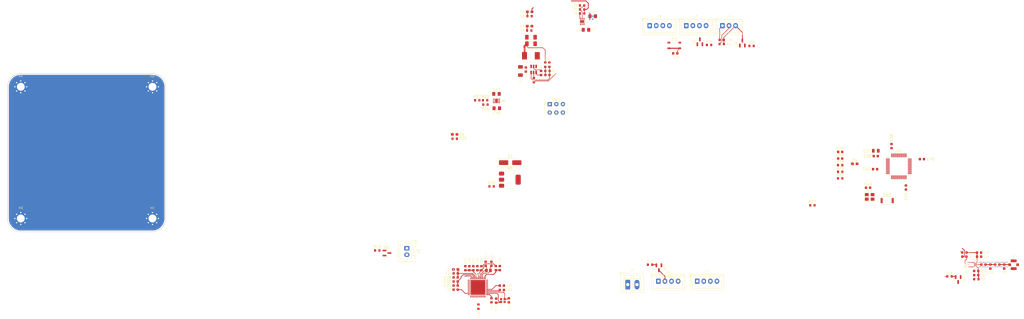
<source format=kicad_pcb>
(kicad_pcb (version 20240108) (generator "pcbnew") (generator_version "8.0")
  (layers (0 "F.Cu" signal) (1 "In1.Cu" signal) (2 "In2.Cu" signal) (31 "B.Cu" signal) (34 "B.Paste" user) (35 "F.Paste" user) (36 "B.SilkS" user "B.Silkscreen") (37 "F.SilkS" user "F.Silkscreen") (38 "B.Mask" user) (39 "F.Mask" user) (44 "Edge.Cuts" user))
  (net 0 "")
  (net 1 "GND")
  (net 2 "12V")
  (net 3 "Net-(U1-FB)")
  (net 4 "Net-(C3-Pad1)")
  (net 5 "Net-(U1-BOOT)")
  (net 6 "+5V")
  (net 7 "VDDRF")
  (net 8 "Net-(J2-In)")
  (net 9 "Net-(C10-Pad2)")
  (net 10 "Net-(U3-RFIN)")
  (net 11 "Net-(U3-VDD)")
  (net 12 "Net-(U3-CTRL)")
  (net 13 "Net-(U4-PC14)")
  (net 14 "Net-(U4-RFO_HP)")
  (net 15 "Net-(U4-NRST)")
  (net 16 "VDDPA")
  (net 17 "Net-(IC1-RFO_IN)")
  (net 18 "Net-(U4-PC15)")
  (net 19 "+3.3V")
  (net 20 "Net-(U4-OSC_IN)")
  (net 21 "VDDRF1V55")
  (net 22 "Net-(U4-OSC_OUT)")
  (net 23 "Net-(U4-VDDA)")
  (net 24 "Net-(D1-A)")
  (net 25 "Net-(IC1-RFO_OUT)")
  (net 26 "Net-(IC1-RFI_IN)")
  (net 27 "Net-(IC1-RFI_N_OUT)")
  (net 28 "Net-(IC1-RFI_P_OUT)")
  (net 29 "Net-(J4-Pin_3)")
  (net 30 "3.3V")
  (net 31 "Net-(U5-PD0)")
  (net 32 "Net-(U5-PD1)")
  (net 33 "Net-(U5-NRST)")
  (net 34 "Net-(D4-A)")
  (net 35 "Net-(J5-Pin_2)")
  (net 36 "Net-(D4-K)")
  (net 37 "/AirLora V3/MCU/T_SWCLK")
  (net 38 "/AirLora V3/MCU/T_SWDIO")
  (net 39 "Net-(U4-VLXSMPS)")
  (net 40 "Net-(Q1-B)")
  (net 41 "Net-(Q2-B)")
  (net 42 "Net-(Q3-B)")
  (net 43 "Net-(Q4-B)")
  (net 44 "Net-(U2-PG)")
  (net 45 "Net-(U2-NC)")
  (net 46 "Net-(U4-PC13)")
  (net 47 "Net-(D5-K)")
  (net 48 "Net-(J1-Pin_1)")
  (net 49 "Net-(J3-Pin_1)")
  (net 50 "/AirLora V3/MCU Sub/PA1")
  (net 51 "/AirLora V3/MCU Sub/TX3")
  (net 52 "/AirLora V3/MCU Sub/RX3")
  (net 53 "/AirLora V3/MCU Sub/TX2")
  (net 54 "/AirLora V3/MCU Sub/RX2")
  (net 55 "Net-(U1-EN)")
  (net 56 "/AirLora V3/MCU Sub/SCL1")
  (net 57 "/AirLora V3/MCU Sub/SDA1")
  (net 58 "Net-(J7-Pin_2)")
  (net 59 "Net-(J8-Pin_4)")
  (net 60 "Net-(J8-Pin_3)")
  (net 61 "Net-(Q5-B)")
  (net 62 "Net-(U4-PH3)")
  (net 63 "Net-(U4-PA1)")
  (net 64 "/AirLora V3/MCU Sub/PA7")
  (net 65 "/AirLora V3/MCU Sub/PA6")
  (net 66 "/AirLora V3/MCU Sub/PA5")
  (net 67 "/AirLora V3/MCU Sub/PA4")
  (net 68 "Net-(U5-BOOT0)")
  (net 69 "Net-(U6-PG)")
  (net 70 "Net-(U6-NC)")
  (net 71 "/AirLora V3/MCU Sub/SW_DIO")
  (net 72 "/AirLora V3/MCU Sub/SW_CLK")
  (net 79 "Net-(D2-K)")
  (net 80 "Net-(D3-K)")
  (net 81 "SW")
  (net 84 "Net-(J6-Pin_2)")
  (net 87 "/AirLora V3/MCU Sub/SDA2")
  (net 90 "/AirLora V3/MCU Sub/SCL2")
  (net 116 "/AirLora V3/MCU/PB3")
  (net 117 "/AirLora V3/MCU Sub/PA8")
  (net 118 "Net-(U4-PA4)")
  (footprint "MountingHole:MountingHole_3mm_Pad_Via" (layer "F.Cu") (at -96.28801 61.31201)
    (property "Reference" "H4")
    (property "Value" "MountingHole_Pad")
  )
  (footprint "Capacitor_SMD:C_0805_2012Metric_Pad1.18x1.45mm_HandSolder" (layer "F.Cu") (at 118.2969 39.68)
    (property "Reference" "C7")
    (property "Value" "1uF")
  )
  (footprint "Resistor_SMD:R_0603_1608Metric" (layer "F.Cu") (at 204.28 106.299)
    (property "Reference" "R27")
    (property "Value" "1K")
  )
  (footprint "LED_SMD:LED_0603_1608Metric_Pad1.05x0.95mm_HandSolder" (layer "F.Cu") (at 96.8978 38.283)
    (property "Reference" "D2")
    (property "Value" "LED")
  )
  (footprint "Resistor_SMD:R_0603_1608Metric" (layer "F.Cu") (at 104.4059 52.9035 90)
    (property "Reference" "R3")
    (property "Value" "13.3K")
  )
  (footprint "Connector_JST:JST_XH_B4B-XH-A_1x04_P2.50mm_Vertical" (layer "F.Cu") (at 160.539 135.128)
    (property "Reference" "J7")
    (property "Value" "I2C")
  )
  (footprint "Capacitor_SMD:C_0603_1608Metric" (layer "F.Cu") (at 80.2132 128.524 -90)
    (property "Reference" "C23")
    (property "Value" "12.5pF")
  )
  (footprint "Capacitor_SMD:C_0603_1608Metric" (layer "F.Cu") (at 266.4816 132.8144 180)
    (property "Reference" "C14")
    (property "Value" "10pF")
  )
  (footprint "Capacitor_SMD:C_0603_1608Metric" (layer "F.Cu") (at 103.6817 56.8151)
    (property "Reference" "C3")
    (property "Value" "75pF")
  )
  (footprint "Capacitor_SMD:C_0603_1608Metric" (layer "F.Cu") (at 82.423 142.367 -90)
    (property "Reference" "C34")
    (property "Value" "33pF")
  )
  (footprint "Capacitor_SMD:C_0603_1608Metric" (layer "F.Cu") (at 72.5 130.185 90)
    (property "Reference" "C24")
    (property "Value" "100nF")
  )
  (footprint "Resistor_SMD:R_0603_1608Metric" (layer "F.Cu") (at 165.0423 45.4236 180)
    (property "Reference" "R16")
    (property "Value" "1K")
  )
  (footprint "Capacitor_SMD:C_0603_1608Metric" (layer "F.Cu") (at 68.817 138.326 180)
    (property "Reference" "C32")
    (property "Value" "100nF")
  )
  (footprint "Resistor_SMD:R_0603_1608Metric" (layer "F.Cu") (at 77.47 144.78 90)
    (property "Reference" "R12")
    (property "Value" "10K")
  )
  (footprint "Package_QFP:LQFP-48_7x7mm_P0.5mm" (layer "F.Cu") (at 237.0875 91.5)
    (property "Reference" "U5")
    (property "Value" "STM32F103C8Tx")
  )
  (footprint "Resistor_SMD:R_0603_1608Metric" (layer "F.Cu") (at 214.82 96.079)
    (property "Reference" "R21")
    (property "Value" "10k")
  )
  (footprint "Capacitor_SMD:C_0603_1608Metric" (layer "F.Cu") (at 82.3976 128.511 -90)
    (property "Reference" "C19")
    (property "Value" "12.5pF")
  )
  (footprint "Capacitor_SMD:C_0603_1608Metric" (layer "F.Cu") (at 169.8406 43.5186)
    (property "Reference" "C36")
    (property "Value" "0.1uF")
  )
  (footprint "Resistor_SMD:R_0603_1608Metric" (layer "F.Cu") (at 261.9824 124.227802)
    (property "Reference" "R11")
    (property "Value" "100")
  )
  (footprint "Connector_JST:JST_XH_B3B-XH-A_1x03_P2.50mm_Vertical" (layer "F.Cu") (at 170.113 38.083)
    (property "Reference" "J4")
    (property "Value" "DHT")
  )
  (footprint "Resistor_SMD:R_0603_1608Metric" (layer "F.Cu") (at 77.026 66.421)
    (property "Reference" "R22")
    (property "Value" "10K")
  )
  (footprint "Connector_Coaxial:U.FL_Molex_MCRF_73412-0110_Vertical" (layer "F.Cu") (at 280.6954 128.864802 -90)
    (property "Reference" "J2")
    (property "Value" "Conn_Coaxial")
  )
  (footprint "Inductor_SMD:L_0603_1608Metric" (layer "F.Cu") (at 274.4743 128.814002)
    (property "Reference" "L2")
    (property "Value" "8.7uH")
  )
  (footprint "Capacitor_SMD:C_0603_1608Metric" (layer "F.Cu") (at 267.5582 125.795802)
    (property "Reference" "C15")
    (property "Value" "1nF")
  )
  (footprint "Capacitor_SMD:C_0603_1608Metric" (layer "F.Cu") (at 269.1992 128.8172)
    (property "Reference" "C11")
    (property "Value" "33pF")
  )
  (footprint "Resistor_SMD:R_0603_1608Metric" (layer "F.Cu") (at 214.82 91.059)
    (property "Reference" "R19")
    (property "Value" "1k")
  )
  (footprint "Capacitor_SMD:C_0603_1608Metric" (layer "F.Cu") (at 152.1958 48.6158)
    (property "Reference" "C20")
    (property "Value" "100nF")
  )
  (footprint "Capacitor_SMD:C_0603_1608Metric" (layer "F.Cu") (at 68.821 133.6915 180)
    (property "Reference" "C18")
    (property "Value" "0.47uF")
  )
  (footprint "Capacitor_SMD:C_1206_3216Metric_Pad1.33x1.80mm_HandSolder" (layer "F.Cu") (at 97.4275 42.4892)
    (property "Reference" "C6")
    (property "Value" "22uF")
  )
  (footprint "Connector_Phoenix_MC:PhoenixContact_MCV_1,5_2-G-3.5_1x02_P3.50mm_Vertical" (layer "F.Cu") (at 134.164 136.413)
    (property "Reference" "J1")
    (property "Value" "12V")
  )
  (footprint "footprint:TPS7A2633DRVR" (layer "F.Cu") (at 84.324 66.66)
    (property "Reference" "U6")
    (property "Value" "TPS7A2633DRVR")
  )
  (footprint "Resistor_SMD:R_0603_1608Metric" (layer "F.Cu") (at 98.5131 58.8085 -90)
    (property "Reference" "R1")
    (property "Value" "1k")
  )
  (footprint "Capacitor_SMD:C_0603_1608Metric" (layer "F.Cu") (at 85.598 130.162 90)
    (property "Reference" "C30")
    (property "Value" "100nF")
  )
  (footprint "Capacitor_SMD:C_1206_3216Metric_Pad1.33x1.80mm_HandSolder" (layer "F.Cu") (at 93.4331 55.3093 -90)
    (property "Reference" "C1")
    (property "Value" "10uF")
  )
  (footprint "Capacitor_SMD:C_0603_1608Metric" (layer "F.Cu") (at 267.5582 124.271802)
    (property "Reference" "C13")
    (property "Value" "10pF")
  )
  (footprint "Resistor_SMD:R_0603_1608Metric" (layer "F.Cu") (at 102.8311 52.9035 90)
    (property "Reference" "R4")
    (property "Value" "49.9")
  )
  (footprint "Connector_JST:JST_XA_B02B-XASK-1-A_1x02_P2.50mm_Vertical" (layer "F.Cu") (at 50.292 122.595 -90)
    (property "Reference" "J3")
    (property "Value" "LED")
  )
  (footprint "Capacitor_SMD:C_0603_1608Metric" (layer "F.Cu") (at 84.201 142.507 -90)
    (property "Reference" "C16")
    (property "Value" "6.8pF")
  )
  (footprint "Capacitor_SMD:C_0603_1608Metric" (layer "F.Cu") (at 266.4816 131.2396 180)
    (property "Reference" "C12")
    (property "Value" "1nF")
  )
  (footprint "Capacitor_SMD:C_0805_2012Metric" (layer "F.Cu") (at 228.346 85.598 180)
    (property "Reference" "C37")
    (property "Value" "4.7uf")
  )
  (footprint "footprint:XTAL_NX2012SA-32.768K-STD-MUB-1" (layer "F.Cu") (at 81.268 131.064)
    (property "Reference" "Y1")
    (property "Value" "NX2012SA 32.768KHz")
  )
  (footprint "Resistor_SMD:R_0603_1608Metric" (layer "F.Cu") (at 68.453 81.026)
    (property "Reference" "R25")
    (property "Value" "1k")
  )
  (footprint "Inductor_SMD:L_Vishay_IHLP-2020" (layer "F.Cu") (at 97.3955 49.53 180)
    (property "Reference" "L1")
    (property "Value" "15uH")
  )
  (footprint "Capacitor_SMD:C_0805_2012Metric_Pad1.18x1.45mm_HandSolder" (layer "F.Cu") (at 84.324 64.008)
    (property "Reference" "C47")
    (property "Value" "1uF")
  )
  (footprint "LED_SMD:LED_0603_1608Metric_Pad1.05x0.95mm_HandSolder" (layer "F.Cu") (at 68.453 79.375)
    (property "Reference" "D5")
    (property "Value" "LED")
  )
  (footprint "Capacitor_SMD:C_0603_1608Metric" (layer "F.Cu") (at 74.024 130.185 90)
    (property "Reference" "C29")
    (property "Value" "4.7uF")
  )
  (footprint "footprint:BALFHBWL05D3" (layer "F.Cu") (at 262.9862 128.841202)
    (property "Reference" "IC1")
    (property "Value" "BALFHB-WL-02D3" (hide yes))
  )
  (footprint "footprint:BGS12SN6E6327XTSA1" (layer "F.Cu") (at 266.1398 128.822203)
    (property "Reference" "U3")
    (property "Value" "BGS12WN6E6327")
  )
  (footprint "Capacitor_SMD:C_0603_1608Metric" (layer "F.Cu") (at 75.548 130.185 90)
    (property "Reference" "C31")
    (property "Value" "100nF")
  )
  (footprint "Capacitor_SMD:C_0603_1608Metric" (layer "F.Cu") (at 68.821 136.779 180)
    (property "Reference" "C27")
    (property "Value" "4.7uF")
  )
  (footprint "Resistor_SMD:R_0603_1608Metric" (layer "F.Cu") (at 80.138 68.072)
    (property "Reference" "R24")
    (property "Value" "1.18M")
  )
  (footprint "footprint:NX2016SA_NDK" (layer "F.Cu") (at 86.7507 142.4597 90)
    (property "Reference" "X1")
    (property "Value" "NX2016SA-32MHZ")
  )
  (footprint "Capacitor_SMD:C_0805_2012Metric_Pad1.18x1.45mm_HandSolder" (layer "F.Cu") (at 120.8654 34.5148)
    (property "Reference" "C8")
    (property "Value" "1uF")
  )
  (footprint "Capacitor_SMD:C_0603_1608Metric" (layer "F.Cu") (at 86.356 136.802)
    (property "Reference" "C35")
    (property "Value" "33pF")
  )
  (footprint "Package_TO_SOT_SMD:SOT-23" (layer "F.Cu") (at 177.6838 44.6935 90)
    (property "Reference" "Q2")
    (property "Value" "S8050")
  )
  (footprint "Resistor_SMD:R_0603_1608Metric" (layer "F.Cu") (at 116.8268 33.4772)
    (property "Reference" "R6")
    (property "Value" "10K")
  )
  (footprint "Inductor_SMD:L_0603_1608Metric" (layer "F.Cu") (at 84.074 130.1495 90)
    (property "Reference" "L4")
    (property "Value" "600R@100MHz")
  )
  (footprint "Resistor_SMD:R_0603_1608Metric" (layer "F.Cu") (at 169.8406 45.0634)
    (property "Reference" "R14")
    (property "Value" "1K")
  )
  (footprint "Resistor_SMD:R_0603_1608Metric" (layer "F.Cu") (at 103.6825 55.2911)
    (property "Reference" "R2")
    (property "Value" "100K")
  )
  (footprint "Capacitor_SMD:C_0603_1608Metric" (layer "F.Cu") (at 239.776 99.555 -90)
    (property "Reference" "C41")
    (property "Value" "100nf")
  )
  (footprint "Capacitor_SMD:C_0603_1608Metric" (layer "F.Cu") (at 228.333 87.63 180)
    (property "Reference" "C39")
    (property "Value" "100nf")
  )
  (footprint "Package_TO_SOT_SMD:SOT-23" (layer "F.Cu") (at 42.7397 124.4315)
    (property "Reference" "Q1")
    (property "Value" "S8050")
  )
  (footprint "Resistor_SMD:R_0603_1608Metric" (layer "F.Cu") (at 214.82 93.569)
    (property "Reference" "R20")
    (property "Value" "10k")
  )
  (footprint "Connector_JST:JST_XH_B4B-XH-A_1x04_P2.50mm_Vertical" (layer "F.Cu") (at 142.487 38.083)
    (property "Reference" "J8")
    (property "Value" "UART2")
  )
  (footprint "footprint:TPS7A2633DRVR" (layer "F.Cu") (at 116.8654 36.5148 -90)
    (property "Reference" "U2")
    (property "Value" "TPS7A2633DRVR")
  )
  (footprint "Capacitor_SMD:C_0603_1608Metric" (layer "F.Cu") (at 214.82 86.039)
    (property "Reference" "C44")
    (property "Value" "22PF")
  )
  (footprint "Capacitor_SMD:C_0603_1608Metric" (layer "F.Cu") (at 101.2563 56.0661 90)
    (property "Reference" "C4")
    (property "Value" "0.1uF")
  )
  (footprint "Button_Switch_THT:SW_E-Switch_EG1271_SPDT" (layer "F.Cu") (at 104.5482 67.8917)
    (property "Reference" "SW2")
    (property "Value" "SW_Slide_DPDT")
  )
  (footprint "Package_TO_SOT_SMD:SOT-23-6" (layer "F.Cu") (at 98.4245 54.7124 -90)
    (property "Reference" "U1")
    (property "Value" "TPS54202DDC")
  )
  (footprint "Connector_JST:JST_XH_B4B-XH-A_1x04_P2.50mm_Vertical" (layer "F.Cu") (at 145.789 135.128)
    (property "Reference" "J6")
    (property "Value" "UART2")
  )
  (footprint "Resistor_SMD:R_0603_1608Metric" (layer "F.Cu") (at 82.4732 99.1217)
    (property "Reference" "R26")
    (property "Value" "10K")
  )
  (footprint "Capacitor_SMD:C_1206_3216Metric_Pad1.33x1.80mm_HandSolder" (layer "F.Cu") (at 97.434 44.958)
    (property "Reference" "C5")
    (property "Value" "22uF")
  )
  (footprint "Package_TO_SOT_SMD:SOT-23" (layer "F.Cu") (at 161.5473 44.2321 90)
    (property "Reference" "Q3")
    (property "Value" "S8050")
  )
  (footprint "MountingHole:MountingHole_3mm_Pad_Via" (layer "F.Cu") (at -46.28801 61.31201)
    (property "Reference" "H2")
    (property "Value" "MountingHole_Pad")
  )
  (footprint "Capacitor_SMD:C_0603_1608Metric" (layer "F.Cu") (at 261.9832 125.795802 180)
    (property "Reference" "C17")
    (property "Value" "100pF")
  )
  (footprint "Resistor_SMD:R_0603_1608Metric" (layer "F.Cu") (at 96.8856 34.473)
    (property "Reference" "R9")
    (property "Value" "1k")
  )
  (footprint "Capacitor_SMD:C_0805_2012Metric_Pad1.18x1.45mm_HandSolder" (layer "F.Cu") (at 84.451 69.454 180)
    (property "Reference" "C46")
    (property "Value" "1uF")
  )
  (footprint "Package_TO_SOT_SMD:SOT-223-3_TabPin2" (layer "F.Cu") (at 89.4032 96.5767)
    (property "Reference" "Q6")
    (property "Value" "ZVP2106GTA")
  )
  (footprint "Capacitor_SMD:C_0603_1608Metric" (layer "F.Cu") (at 86.356 138.453)
    (property "Reference" "C33")
    (property "Value" "33pF")
  )
  (footprint "Diode_SMD:D_SMA_Handsoldering" (layer "F.Cu") (at 89.5482 90.1017)
    (property "Reference" "D1")
    (property "Value" "D_Zener")
  )
  (footprint "Connector_JST:JST_XH_B4B-XH-A_1x04_P2.50mm_Vertical" (layer "F.Cu") (at 156.397 38.083)
    (property "Reference" "J5")
    (property "Value" "UART1")
  )
  (footprint "Capacitor_SMD:C_0603_1608Metric" (layer "F.Cu") (at 228.079 92.583 180)
    (property "Reference" "C42")
    (property "Value" "100nf")
  )
  (footprint "Button_Switch_SMD:SW_Push_SPST_NO_Alps_SKRK" (layer "F.Cu") (at 232.664 104.521)
    (property "Reference" "SW3")
    (property "Value" "SW_Push")
  )
  (footprint "MountingHole:MountingHole_3mm_Pad_Via" (layer "F.Cu") (at -46.28801 111.31201)
    (property "Reference" "H1")
    (property "Value" "MountingHole_Pad")
  )
  (footprint "LED_SMD:LED_0603_1608Metric_Pad1.05x0.95mm_HandSolder" (layer "F.Cu") (at 96.9372 32.8474)
    (property "Reference" "D3")
    (property "Value" "LED")
  )
  (footprint "Capacitor_SMD:C_0603_1608Metric" (layer "F.Cu") (at 68.821 135.2335 180)
    (property "Reference" "C28")
    (property "Value" "100nF")
  )
  (footprint "Capacitor_SMD:C_0603_1608Metric" (layer "F.Cu") (at 277.0886 129.5792 90)
    (property "Reference" "C9")
    (property "Value" "3.3pF")
  )
  (footprint "LED_SMD:LED_0603_1608Metric_Pad1.05x0.95mm_HandSolder" (layer "F.Cu") (at 220.359 90.551)
    (property "Reference" "D4")
    (property "Value" "LED")
  )
  (footprint "Resistor_SMD:R_0603_1608Metric" (layer "F.Cu") (at 39.059 123.451)
    (property "Reference" "R13")
    (property "Value" "1K")
  )
  (footprint "Capacitor_SMD:C_0603_1608Metric" (layer "F.Cu") (at 78.596 130.185 90)
    (property "Reference" "C26")
    (property "Value" "100nF")
  )
  (footprint "Resistor_SMD:R_0603_1608Metric" (layer "F.Cu") (at 266.51 134.353002)
    (property "Reference" "R10")
    (property "Value" "100")
  )
  (footprint "Button_Switch_SMD:SW_Push_1P1T_NO_Vertical_Wuerth_434133025816" (layer "F.Cu") (at 151.8574 45.6186)
    (property "Reference" "SW1")
    (property "Value" "SW_Push")
  )
  (footprint "Resistor_SMD:R_0603_1608Metric" (layer "F.Cu") (at 116.8268 31.9532 180)
    (property "Reference" "R7")
    (property "Value" "1.96M")
  )
  (footprint "Package_TO_SOT_SMD:SOT-23" (layer "F.Cu") (at 259.6134 134.482302 -90)
    (property "Reference" "Q5")
    (property "Value" "S8050")
  )
  (footprint "Resistor_SMD:R_0603_1608Metric" (layer "F.Cu") (at 80.011 66.421)
    (property "Reference" "R23")
    (property "Value" "1.96M")
  )
  (footprint "Capacitor_SMD:C_0603_1608Metric" (layer "F.Cu") (at 77.072 130.185 90)
    (property "Reference" "C25")
    (property "Value" "4.7uF")
  )
  (footprint "Crystal:Crystal_SMD_3225-4Pin_3.2x2.5mm" (layer "F.Cu") (at 226.0175 103.11)
    (property "Reference" "Y2")
    (property "Value" "8Mhz")
  )
  (footprint "Capacitor_SMD:C_0603_1608Metric" (layer "F.Cu") (at 214.82 88.549)
    (property "Reference" "C45")
    (property "Value" "100nF")
  )
  (footprint "Capacitor_SMD:C_0603_1608Metric" (layer "F.Cu") (at 234.315 83.82 90)
    (property "Reference" "C38")
    (property "Value" "100nf")
  )
  (footprint "MountingHole:MountingHole_3mm_Pad_Via" (layer "F.Cu") (at -96.28801 111.31201)
    (property "Reference" "H3")
    (property "Value" "MountingHole_Pad")
  )
  (footprint "Capacitor_SMD:C_0603_1608Metric" (layer "F.Cu") (at 245.859 88.773)
    (property "Reference" "C40")
    (property "Value" "100nf")
  )
  (footprint "Capacitor_SMD:C_0603_1608Metric" (layer "F.Cu") (at 225.3975 99.63)
    (property "Reference" "C43")
    (property "Value" "22PF")
  )
  (footprint "Resistor_SMD:R_0603_1608Metric" (layer "F.Cu") (at 181.1713 45.8046)
    (property "Reference" "R15")
    (property "Value" "1K")
  )
  (footprint "Package_DFN_QFN:QFN-48-1EP_7x7mm_P0.5mm_EP5.6x5.6mm" (layer "F.Cu") (at 77.275 137.479)
    (property "Reference" "U4")
    (property "Value" "STM32WLE5CCUx")
  )
  (footprint "Capacitor_SMD:C_0603_1608Metric" (layer "F.Cu") (at 89.027 142.38 -90)
    (property "Reference" "C22")
    (property "Value" "6.8pF")
  )
  (footprint "Capacitor_SMD:C_0603_1608Metric_Pad1.08x0.95mm_HandSolder" (layer "F.Cu") (at 68.821 130.6435 180)
    (property "Reference" "L3")
    (property "Value" "15uH")
  )
  (footprint "Resistor_SMD:R_0603_1608Metric" (layer "F.Cu") (at 116.8268 30.4292 180)
    (property "Reference" "R8")
    (property "Value" "1.18M")
  )
  (footprint "Capacitor_SMD:C_0603_1608Metric" (layer "F.Cu") (at 271.8408 129.5792 90)
    (property "Reference" "C10")
    (property "Value" "3.3pF")
  )
  (footprint "Capacitor_SMD:C_0603_1608Metric" (layer "F.Cu") (at 95.4651 54.7635 -90)
    (property "Reference" "C2")
    (property "Value" "0.1uF")
  )
  (footprint "Resistor_SMD:R_0603_1608Metric" (layer "F.Cu") (at 256.3178 133.300002)
    (property "Reference" "R18")
    (property "Value" "1K")
  )
  (footprint "Resistor_SMD:R_0603_1608Metric" (layer "F.Cu") (at 96.7576 39.9594)
    (property "Reference" "R5")
    (property "Value" "1k")
  )
  (footprint "Resistor_SMD:R_0603_1608Metric" (layer "F.Cu") (at 142.6328 128.8576)
    (property "Reference" "R17")
    (property "Value" "1K")
  )
  (footprint "Package_TO_SOT_SMD:SOT-23" (layer "F.Cu") (at 145.9978 130.0285 -90)
    (property "Reference" "Q4")
    (property "Value" "S8050")
  )
  (footprint "Capacitor_SMD:C_0603_1608Metric" (layer "F.Cu") (at 68.834 132.1675 180)
    (property "Reference" "C21")
    (property "Value" "470nF")
  )
  (gr_line (start -46.28801 56.31201) (end -96.28801 56.31201) (stroke (width 0.2)) (layer "Edge.Cuts"))
  (gr_line (start -41.28801 111.31201) (end -41.28801 61.31201) (stroke (width 0.2)) (layer "Edge.Cuts"))
  (gr_arc (start -41.28801 111.31201) (mid -42.752476 114.847544) (end -46.28801 116.31201) (stroke (width 0.2)) (layer "Edge.Cuts"))
  (gr_arc (start -101.28801 61.31201) (mid -99.823544 57.776476) (end -96.28801 56.31201) (stroke (width 0.2)) (layer "Edge.Cuts"))
  (gr_arc (start -46.28801 56.31201) (mid -42.752476 57.776476) (end -41.28801 61.31201) (stroke (width 0.2)) (layer "Edge.Cuts"))
  (gr_arc (start -96.28801 116.31201) (mid -99.823544 114.847544) (end -101.28801 111.31201) (stroke (width 0.2)) (layer "Edge.Cuts"))
  (gr_line (start -101.28801 61.31201) (end -101.28801 111.31201) (stroke (width 0.2)) (layer "Edge.Cuts"))
  (gr_line (start -96.28801 116.31201) (end -46.28801 116.31201) (stroke (width 0.2)) (layer "Edge.Cuts"))
  (segment (start 265.9366 128.822203) (end 265.665001 128.822203) (width 0.2) (layer "F.Cu") (net 1))
  (via (at 276.8546 129.656602) (size 0.25) (drill 0.15) (layers "F.Cu" "B.Cu") (net 1))
  (via (at 270.657 129.656602) (size 0.25) (drill 0.15) (layers "F.Cu" "B.Cu") (net 1))
  (via (at 275.6354 129.656602) (size 0.25) (drill 0.15) (layers "F.Cu" "B.Cu") (net 1))
  (via (at 270.657 127.929402) (size 0.25) (drill 0.15) (layers "F.Cu" "B.Cu") (net 1))
  (via (at 267.9138 127.929402) (size 0.25) (drill 0.15) (layers "F.Cu" "B.Cu") (net 1))
  (via (at 268.3202 127.929402) (size 0.25) (drill 0.15) (layers "F.Cu" "B.Cu") (net 1))
  (via (at 270.2506 129.656602) (size 0.25) (drill 0.15) (layers "F.Cu" "B.Cu") (net 1))
  (via (at 271.419 129.656602) (size 0.25) (drill 0.15) (layers "F.Cu" "B.Cu") (net 1))
  (via (at 277.2102 129.656602) (size 0.25) (drill 0.15) (layers "F.Cu" "B.Cu") (net 1))
  (via (at 269.8442 127.929402) (size 0.25) (drill 0.15) (layers "F.Cu" "B.Cu") (net 1))
  (via (at 269.4378 129.656602) (size 0.25) (drill 0.15) (layers "F.Cu" "B.Cu") (net 1))
  (via (at 274.8734 129.656602) (size 0.25) (drill 0.15) (layers "F.Cu" "B.Cu") (net 1))
  (via (at 268.7266 127.929402) (size 0.25) (drill 0.15) (layers "F.Cu" "B.Cu") (net 1))
  (via (at 275.6354 127.929402) (size 0.25) (drill 0.15) (layers "F.Cu" "B.Cu") (net 1))
  (via (at 271.0126 127.929402) (size 0.25) (drill 0.15) (layers "F.Cu" "B.Cu") (net 1))
  (via (at 271.7746 129.656602) (size 0.25) (drill 0.15) (layers "F.Cu" "B.Cu") (net 1))
  (via (at 267.5074 127.929402) (size 0.25) (drill 0.15) (layers "F.Cu" "B.Cu") (net 1))
  (via (at 274.5178 129.656602) (size 0.25) (drill 0.15) (layers "F.Cu" "B.Cu") (net 1))
  (via (at 272.943 129.656602) (size 0.25) (drill 0.15) (layers "F.Cu" "B.Cu") (net 1))
  (via (at 272.181 129.656602) (size 0.25) (drill 0.15) (layers "F.Cu" "B.Cu") (net 1))
  (via (at 277.9722 127.929402) (size 0.25) (drill 0.15) (layers "F.Cu" "B.Cu") (net 1))
  (via (at 276.4482 129.656602) (size 0.25) (drill 0.15) (layers "F.Cu" "B.Cu") (net 1))
  (via (at 272.5366 129.656602) (size 0.25) (drill 0.15) (layers "F.Cu" "B.Cu") (net 1))
  (via (at 267.9138 129.656602) (size 0.25) (drill 0.15) (layers "F.Cu" "B.Cu") (net 1))
  (via (at 271.7746 127.929402) (size 0.25) (drill 0.15) (layers "F.Cu" "B.Cu") (net 1))
  (via (at 272.181 127.929402) (size 0.25) (drill 0.15) (layers "F.Cu" "B.Cu") (net 1))
  (via (at 272.5366 127.929402) (size 0.25) (drill 0.15) (layers "F.Cu" "B.Cu") (net 1))
  (via (at 269.8442 129.656602) (size 0.25) (drill 0.15) (layers "F.Cu" "B.Cu") (net 1))
  (via (at 274.5178 127.929402) (size 0.25) (drill 0.15) (layers "F.Cu" "B.Cu") (net 1))
  (via (at 274.8734 127.929402) (size 0.25) (drill 0.15) (layers "F.Cu" "B.Cu") (net 1))
  (via (at 277.9722 129.656602) (size 0.25) (drill 0.15) (layers "F.Cu" "B.Cu") (net 1))
  (via (at 274.1114 127.929402) (size 0.25) (drill 0.15) (layers "F.Cu" "B.Cu") (net 1))
  (via (at 278.3786 127.929402) (size 0.25) (drill 0.15) (layers "F.Cu" "B.Cu") (net 1))
  (via (at 276.0418 129.656602) (size 0.25) (drill 0.15) (layers "F.Cu" "B.Cu") (net 1))
  (via (at 268.3202 129.656602) (size 0.25) (drill 0.15) (layers "F.Cu" "B.Cu") (net 1))
  (via (at 278.3786 129.656602) (size 0.25) (drill 0.15) (layers "F.Cu" "B.Cu") (net 1))
  (via (at 276.8546 127.929402) (size 0.25) (drill 0.15) (layers "F.Cu" "B.Cu") (net 1))
  (via (at 269.4378 127.929402) (size 0.25) (drill 0.15) (layers "F.Cu" "B.Cu") (net 1))
  (via (at 271.419 127.929402) (size 0.25) (drill 0.15) (layers "F.Cu" "B.Cu") (net 1))
  (via (at 270.2506 127.929402) (size 0.25) (drill 0.15) (layers "F.Cu" "B.Cu") (net 1))
  (via (at 276.0418 127.929402) (size 0.25) (drill 0.15) (layers "F.Cu" "B.Cu") (net 1))
  (via (at 268.7266 129.656602) (size 0.25) (drill 0.15) (layers "F.Cu" "B.Cu") (net 1))
  (via (at 276.4482 127.929402) (size 0.25) (drill 0.15) (layers "F.Cu" "B.Cu") (net 1))
  (via (at 275.2798 129.656602) (size 0.25) (drill 0.15) (layers "F.Cu" "B.Cu") (net 1))
  (via (at 269.0822 127.929402) (size 0.25) (drill 0.15) (layers "F.Cu" "B.Cu") (net 1))
  (via (at 271.0126 129.656602) (size 0.25) (drill 0.15) (layers "F.Cu" "B.Cu") (net 1))
  (via (at 273.7558 129.656602) (size 0.25) (drill 0.15) (layers "F.Cu" "B.Cu") (net 1))
  (via (at 273.7558 127.929402) (size 0.25) (drill 0.15) (layers "F.Cu" "B.Cu") (net 1))
  (via (at 273.3494 129.656602) (size 0.25) (drill 0.15) (layers "F.Cu" "B.Cu") (net 1))
  (via (at 277.6166 127.929402) (size 0.25) (drill 0.15) (layers "F.Cu" "B.Cu") (net 1))
  (via (at 269.0822 129.656602) (size 0.25) (drill 0.15) (layers "F.Cu" "B.Cu") (net 1))
  (via (at 277.6166 129.656602) (size 0.25) (drill 0.15) (layers "F.Cu" "B.Cu") (net 1))
  (via (at 267.5074 129.656602) (size 0.25) (drill 0.15) (layers "F.Cu" "B.Cu") (net 1))
  (via (at 274.1114 129.656602) (size 0.25) (drill 0.15) (layers "F.Cu" "B.Cu") (net 1))
  (via (at 272.943 127.929402) (size 0.25) (drill 0.15) (layers "F.Cu" "B.Cu") (net 1))
  (via (at 277.2102 127.929402) (size 0.25) (drill 0.15) (layers "F.Cu" "B.Cu") (net 1))
  (via (at 275.2798 127.929402) (size 0.25) (drill 0.15) (layers "F.Cu" "B.Cu") (net 1))
  (via (at 273.3494 127.929402) (size 0.25) (drill 0.15) (layers "F.Cu" "B.Cu") (net 1))
  (segment (start 104.4567 53.7793) (end 104.4059 53.7285) (width 0.2) (layer "F.Cu") (net 3))
  (segment (start 104.4567 58.1033) (end 104.4567 56.8151) (width 0.2) (layer "F.Cu") (net 3))
  (segment (start 98.054852 58.7129) (end 103.8471 58.7129) (width 0.2) (layer "F.Cu") (net 3))
  (segment (start 97.4745 58.132548) (end 98.054852 58.7129) (width 0.2) (layer "F.Cu") (net 3))
  (segment (start 104.4567 56.8151) (end 104.4567 53.7793) (width 0.2) (layer "F.Cu") (net 3))
  (segment (start 97.4745 55.8499) (end 97.4745 58.132548) (width 0.2) (layer "F.Cu") (net 3))
  (segment (start 103.8471 58.7129) (end 104.4567 58.1033) (width 0.2) (layer "F.Cu") (net 3))
  (segment (start 102.9067 56.8151) (end 102.9067 53.8041) (width 0.2) (layer "F.Cu") (net 4))
  (segment (start 102.9067 53.8041) (end 102.8311 53.7285) (width 0.2) (layer "F.Cu") (net 4))
  (segment (start 101.2563 56.8411) (end 99.7909 56.8411) (width 0.2) (layer "F.Cu") (net 5))
  (segment (start 99.3745 56.4247) (end 99.3745 55.8499) (width 0.2) (layer "F.Cu") (net 5))
  (segment (start 99.7909 56.8411) (end 99.3745 56.4247) (width 0.2) (layer "F.Cu") (net 5))
  (segment (start 169.0656 43.5186) (end 169.0656 39.1304) (width 0.2) (layer "F.Cu") (net 6))
  (segment (start 96.3795 46.482) (end 95.8715 45.974) (width 0.2) (layer "F.Cu") (net 6))
  (segment (start 101.9286 46.482) (end 96.3795 46.482) (width 0.2) (layer "F.Cu") (net 6))
  (segment (start 102.8311 52.0785) (end 102.8311 47.3845) (width 0.2) (layer "F.Cu") (net 6))
  (segment (start 169.0656 39.1304) (end 170.113 38.083) (width 0.2) (layer "F.Cu") (net 6))
  (segment (start 95.8715 45.974) (end 95.8715 44.958) (width 0.2) (layer "F.Cu") (net 6))
  (segment (start 102.8311 47.3845) (end 101.9286 46.482) (width 0.2) (layer "F.Cu") (net 6))
  (segment (start 94.969 49.53) (end 94.969 45.8605) (width 0.7) (layer "F.Cu") (net 6))
  (segment (start 94.969 45.8605) (end 95.8715 44.958) (width 0.7) (layer "F.Cu") (net 6))
  (segment (start 75.085104 132.6175) (end 71.7255 132.6175) (width 0.25) (layer "F.Cu") (net 7))
  (segment (start 70.866 133.477) (end 70.866 133.9635) (width 0.25) (layer "F.Cu") (net 7))
  (segment (start 75.525 134.0415) (end 75.525 133.057396) (width 0.25) (layer "F.Cu") (net 7))
  (segment (start 69.596 135.2335) (end 69.596 136.779) (width 0.3) (layer "F.Cu") (net 7))
  (segment (start 75.525 133.057396) (end 75.085104 132.6175) (width 0.25) (layer "F.Cu") (net 7))
  (segment (start 85.305 138.729) (end 80.7125 138.729) (width 0.25) (layer "F.Cu") (net 7))
  (segment (start 71.7255 132.6175) (end 70.866 133.477) (width 0.25) (layer "F.Cu") (net 7))
  (segment (start 70.866 133.9635) (end 69.596 135.2335) (width 0.25) (layer "F.Cu") (net 7))
  (segment (start 85.581 138.453) (end 85.305 138.729) (width 0.25) (layer "F.Cu") (net 7))
  (segment (start 275.2618 128.814002) (end 277.078798 128.814002) (width 0.3) (layer "F.Cu") (net 8))
  (segment (start 279.134798 128.8042) (end 279.1954 128.864802) (width 0.3) (layer "F.Cu") (net 8))
  (segment (start 277.0886 128.8042) (end 279.134798 128.8042) (width 0.3) (layer "F.Cu") (net 8))
  (segment (start 277.078798 128.814002) (end 277.0886 128.8042) (width 0.3) (layer "F.Cu") (net 8))
  (segment (start 273.670066 128.8042) (end 271.849992 128.8042) (width 0.3) (layer "F.Cu") (net 9))
  (segment (start 273.681899 128.809101) (end 273.6868 128.814002) (width 0.3) (layer "F.Cu") (net 9))
  (segment (start 271.818607 128.8172) (end 269.9742 128.8172) (width 0.3) (layer "F.Cu") (net 9))
  (arc (start 271.8343 128.8107) (mid 271.8271 128.81551) (end 271.818607 128.8172) (width 0.3) (layer "F.Cu") (net 9))
  (arc (start 271.849992 128.8042) (mid 271.841499 128.805889) (end 271.8343 128.8107) (width 0.3) (layer "F.Cu") (net 9))
  (arc (start 273.681899 128.809101) (mid 273.67647 128.805473) (end 273.670066 128.8042) (width 0.3) (layer "F.Cu") (net 9))
  (segment (start 266.343 128.822203) (end 268.419197 128.822203) (width 0.2) (layer "F.Cu") (net 10))
  (segment (start 268.419197 128.822203) (end 268.4242 128.8172) (width 0.1) (layer "F.Cu") (net 10))
  (segment (start 267.2066 130.085802) (end 267.1184 129.997602) (width 0.2) (layer "F.Cu") (net 11))
  (segment (start 267.335 131.318) (end 267.2566 131.2396) (width 0.3) (layer "F.Cu") (net 11))
  (segment (start 267.2566 131.2396) (end 267.2566 130.135802) (width 0.2) (layer "F.Cu") (net 11))
  (segment (start 267.1184 129.997602) (end 266.343 129.222202) (width 0.2) (layer "F.Cu") (net 11))
  (segment (start 267.2566 130.135802) (end 267.1184 129.997602) (width 0.2) (layer "F.Cu") (net 11))
  (segment (start 267.335 134.353002) (end 267.335 131.318) (width 0.3) (layer "F.Cu") (net 11))
  (segment (start 266.7832 125.795802) (end 266.7832 127.982004) (width 0.2) (layer "F.Cu") (net 12))
  (segment (start 266.739801 128.025403) (end 266.420001 128.345203) (width 0.2) (layer "F.Cu") (net 12))
  (segment (start 266.7832 124.271802) (end 262.8514 124.271802) (width 0.3) (layer "F.Cu") (net 12))
  (segment (start 262.8514 124.271802) (end 262.8074 124.227802) (width 0.3) (layer "F.Cu") (net 12))
  (segment (start 266.7832 125.795802) (end 266.7832 124.271802) (width 0.3) (layer "F.Cu") (net 12))
  (segment (start 266.7832 127.982004) (end 266.739801 128.025403) (width 0.2) (layer "F.Cu") (net 12))
  (segment (start 79.025 132.557) (end 79.025 134.0415) (width 0.25) (layer "F.Cu") (net 13))
  (segment (start 82.018 131.064) (end 82.018 131.189) (width 0.25) (layer "F.Cu") (net 13))
  (segment (start 82.018 129.6656) (end 82.3976 129.286) (width 0.25) (layer "F.Cu") (net 13))
  (segment (start 82.018 131.189) (end 81.127 132.08) (width 0.25) (layer "F.Cu") (net 13))
  (segment (start 81.127 132.08) (end 79.502 132.08) (width 0.25) (layer "F.Cu") (net 13))
  (segment (start 79.502 132.08) (end 79.025 132.557) (width 0.25) (layer "F.Cu") (net 13))
  (segment (start 82.018 131.064) (end 82.018 129.6656) (width 0.25) (layer "F.Cu") (net 13))
  (segment (start 261.8454 125.795802) (end 261.9582 125.683002) (width 0.3) (layer "F.Cu") (net 14))
  (segment (start 261.7998 125.795802) (end 261.2082 125.795802) (width 0.3) (layer "F.Cu") (net 14))
  (segment (start 261.1622 122.627602) (end 262.001 123.466402) (width 0.3) (layer "F.Cu") (net 14))
  (segment (start 262.001 123.466402) (end 262.001 125.640202) (width 0.3) (layer "F.Cu") (net 14))
  (segment (start 149.7824 46.6936) (end 153.9074 46.6936) (width 0.4) (layer "F.Cu") (net 15))
  (segment (start 152.9708 47.6302) (end 153.9074 46.6936) (width 0.2) (layer "F.Cu") (net 15))
  (segment (start 152.9708 48.6158) (end 152.9708 47.6302) (width 0.2) (layer "F.Cu") (net 15))
  (segment (start 81.386 140.229) (end 80.7125 140.229) (width 0.25) (layer "F.Cu") (net 16))
  (segment (start 82.423 140.97) (end 81.661 140.208) (width 0.25) (layer "F.Cu") (net 16))
  (segment (start 81.661 140.208) (end 81.407 140.208) (width 0.25) (layer "F.Cu") (net 16))
  (segment (start 82.423 141.592) (end 82.423 140.97) (width 0.25) (layer "F.Cu") (net 16))
  (segment (start 81.407 140.208) (end 81.386 140.229) (width 0.25) (layer "F.Cu") (net 16))
  (segment (start 262.7582 126.785802) (end 262.7582 125.795802) (width 0.2) (layer "F.Cu") (net 17))
  (segment (start 262.2242 128.269202) (end 262.2242 127.319802) (width 0.2) (layer "F.Cu") (net 17))
  (segment (start 262.2242 127.319802) (end 262.7582 126.785802) (width 0.2) (layer "F.Cu") (net 17))
  (segment (start 262.2962 128.341202) (end 262.2242 128.269202) (width 0.2) (layer "F.Cu") (net 17))
  (segment (start 80.518 131.064) (end 79.756 131.064) (width 0.25) (layer "F.Cu") (net 18))
  (segment (start 79.756 131.064) (end 78.525 132.295) (width 0.25) (layer "F.Cu") (net 18))
  (segment (start 78.525 132.295) (end 78.525 134.0415) (width 0.25) (layer "F.Cu") (net 18))
  (segment (start 80.518 131.064) (end 80.518 129.6038) (width 0.25) (layer "F.Cu") (net 18))
  (segment (start 80.518 129.6038) (end 80.2132 129.299) (width 0.25) (layer "F.Cu") (net 18))
  (segment (start 117.5766 35.4336) (end 117.5154 35.4948) (width 0.2) (layer "F.Cu") (net 19))
  (segment (start 119.7487 34.5948) (end 119.7102 34.6333) (width 0.3) (layer "F.Cu") (net 19))
  (segment (start 72.5 130.96) (end 75.548 130.96) (width 0.3) (layer "F.Cu") (net 19))
  (segment (start 83.2435 132.555) (end 80.518 132.555) (width 0.3) (layer "F.Cu") (net 19))
  (segment (start 118.2846 28.7072) (end 119.199 29.6216) (width 0.3) (layer "F.Cu") (net 19))
  (segment (start 72.419 139.729) (end 71.016 138.326) (width 0.25) (layer "F.Cu") (net 19))
  (segment (start 112.7474 28.7072) (end 118.2846 28.7072) (width 0.3) (layer "F.Cu") (net 19))
  (segment (start 97.8122 32.8474) (end 97.8122 31.7298) (width 0.3) (layer "F.Cu") (net 19))
  (segment (start 80.025 133.048) (end 80.025 134.0415) (width 0.3) (layer "F.Cu") (net 19))
  (segment (start 80.518 132.555) (end 80.025 133.048) (width 0.3) (layer "F.Cu") (net 19))
  (segment (start 83.2435 132.555) (end 84.074 131.7245) (width 0.3) (layer "F.Cu") (net 19))
  (segment (start 117.6518 31.9532) (end 117.6518 33.4772) (width 0.2) (layer "F.Cu") (net 19))
  (segment (start 84.074 131.7245) (end 84.074 130.937) (width 0.3) (layer "F.Cu") (net 19))
  (segment (start 73.8375 139.729) (end 72.419 139.729) (width 0.25) (layer "F.Cu") (net 19))
  (segment (start 84.074 130.937) (end 85.598 130.937) (width 0.3) (layer "F.Cu") (net 19))
  (segment (start 75.548 131.555) (end 75.548 130.96) (width 0.25) (layer "F.Cu") (net 19))
  (segment (start 119.199 31.298) (end 118.5438 31.9532) (width 0.3) (layer "F.Cu") (net 19))
  (segment (start 76.525 134.0415) (end 76.525 132.532) (width 0.25) (layer "F.Cu") (net 19))
  (segment (start 71.016 138.326) (end 69.592 138.326) (width 0.25) (layer "F.Cu") (net 19))
  (segment (start 118.5438 31.9532) (end 117.6518 31.9532) (width 0.3) (layer "F.Cu") (net 19))
  (segment (start 97.8122 31.7298) (end 98.3202 31.2218) (width 0.3) (layer "F.Cu") (net 19))
  (segment (start 119.199 29.6216) (end 119.199 31.298) (width 0.3) (layer "F.Cu") (net 19))
  (segment (start 76.525 132.532) (end 75.548 131.555) (width 0.25) (layer "F.Cu") (net 19))
  (via (at 119.761 35.6004) (size 0.6) (drill 0.3) (layers "F.Cu" "B.Cu") (net 19))
  (via (at 119.3029 34.5148) (size 0.6) (drill 0.3) (layers "F.Cu" "B.Cu") (net 19))
  (via (at 120.8654 34.5148) (size 0.6) (drill 0.3) (layers "F.Cu" "B.Cu") (net 19))
  (via (at 120.8654 35.6004) (size 0.6) (drill 0.3) (layers "F.Cu" "B.Cu") (net 19))
  (via (at 119.761 33.4668) (size 0.6) (drill 0.3) (layers "F.Cu" "B.Cu") (net 19))
  (segment (start 85.001 142.5791) (end 85.001 140.246) (width 0.25) (layer "F.Cu") (net 20))
  (segment (start 84.484 139.729) (end 80.7125 139.729) (width 0.25) (layer "F.Cu") (net 20))
  (segment (start 84.201 143.282) (end 85.7784 143.282) (width 0.25) (layer "F.Cu") (net 20))
  (segment (start 85.7784 143.282) (end 86.0757 142.9847) (width 0.25) (layer "F.Cu") (net 20))
  (segment (start 86.0757 142.9847) (end 85.4066 142.9847) (width 0.25) (layer "F.Cu") (net 20))
  (segment (start 85.4066 142.9847) (end 85.001 142.5791) (width 0.25) (layer "F.Cu") (net 20))
  (segment (start 85.001 140.246) (end 84.484 139.729) (width 0.25) (layer "F.Cu") (net 20))
  (segment (start 84.051 136.802) (end 82.624 138.229) (width 0.25) (layer "F.Cu") (net 21))
  (segment (start 82.624 138.229) (end 80.7125 138.229) (width 0.25) (layer "F.Cu") (net 21))
  (segment (start 69.6835 133.604) (end 69.596 133.6915) (width 0.3) (layer "F.Cu") (net 21))
  (segment (start 85.581 136.802) (end 84.051 136.802) (width 0.25) (layer "F.Cu") (net 21))
  (segment (start 69.6835 130.6435) (end 69.6835 133.604) (width 0.3) (layer "F.Cu") (net 21))
  (segment (start 76.025 132.921) (end 75.2715 132.1675) (width 0.25) (layer "F.Cu") (net 21))
  (segment (start 76.025 134.0415) (end 76.025 132.921) (width 0.25) (layer "F.Cu") (net 21))
  (segment (start 75.2715 132.1675) (end 69.609 132.1675) (width 0.25) (layer "F.Cu") (net 21))
  (segment (start 87.4257 141.9347) (end 88.6973 141.9347) (width 0.25) (layer "F.Cu") (net 22))
  (segment (start 87.4257 141.9347) (end 87.4257 139.7497) (width 0.25) (layer "F.Cu") (net 22))
  (segment (start 88.6973 141.9347) (end 89.027 141.605) (width 0.25) (layer "F.Cu") (net 22))
  (segment (start 86.995 139.319) (end 85.187948 139.319) (width 0.25) (layer "F.Cu") (net 22))
  (segment (start 85.097948 139.229) (end 80.7125 139.229) (width 0.25) (layer "F.Cu") (net 22))
  (segment (start 85.187948 139.319) (end 85.097948 139.229) (width 0.25) (layer "F.Cu") (net 22))
  (segment (start 87.4257 139.7497) (end 86.995 139.319) (width 0.25) (layer "F.Cu") (net 22))
  (segment (start 79.396 130.16) (end 79.396 128.857148) (width 0.25) (layer "F.Cu") (net 23))
  (segment (start 78.025 131.531) (end 78.596 130.96) (width 0.25) (layer "F.Cu") (net 23))
  (segment (start 78.596 130.96) (end 77.072 130.96) (width 0.25) (layer "F.Cu") (net 23))
  (segment (start 79.729148 128.524) (end 80.645 128.524) (width 0.25) (layer "F.Cu") (net 23))
  (segment (start 79.396 128.857148) (end 79.729148 128.524) (width 0.25) (layer "F.Cu") (net 23))
  (segment (start 78.596 130.96) (end 79.396 130.16) (width 0.25) (layer "F.Cu") (net 23))
  (segment (start 80.645 128.524) (end 80.658 128.511) (width 0.25) (layer "F.Cu") (net 23))
  (segment (start 80.658 128.511) (end 83.223 128.511) (width 0.25) (layer "F.Cu") (net 23))
  (segment (start 83.223 128.511) (end 84.074 129.362) (width 0.25) (layer "F.Cu") (net 23))
  (segment (start 78.025 134.0415) (end 78.025 131.531) (width 0.25) (layer "F.Cu") (net 23))
  (segment (start 78.596 130.96) (end 78.596 130.909) (width 0.25) (layer "F.Cu") (net 23))
  (segment (start 263.678354 128.003356) (end 263.6762 128.001202) (width 0.2) (layer "F.Cu") (net 25))
  (segment (start 265.325263 128.003356) (end 263.678354 128.003356) (width 0.2) (layer "F.Cu") (net 25))
  (segment (start 265.909599 128.395203) (end 265.712598 128.198202) (width 0.2) (layer "F.Cu") (net 25))
  (arc (start 265.712598 128.198202) (mid 265.534481 128.070566) (end 265.325263 128.003356) (width 0.2) (layer "F.Cu") (net 25))
  (segment (start 263.677726 129.679676) (end 263.6762 129.681202) (width 0.2) (layer "F.Cu") (net 26))
  (segment (start 265.909599 129.249203) (end 265.693599 129.465202) (width 0.2) (layer "F.Cu") (net 26))
  (segment (start 265.244613 129.679676) (end 263.677726 129.679676) (width 0.2) (layer "F.Cu") (net 26))
  (arc (start 265.693599 129.465202) (mid 265.487438 129.610399) (end 265.244613 129.679676) (width 0.2) (layer "F.Cu") (net 26))
  (segment (start 170.6656 45.0634) (end 170.6656 43.5686) (width 0.2) (layer "F.Cu") (net 29))
  (segment (start 177.6838 40.6538) (end 175.113 38.083) (width 0.3) (layer "F.Cu") (net 29))
  (segment (start 170.6156 43.5186) (end 170.6156 42.5804) (width 0.2) (layer "F.Cu") (net 29))
  (segment (start 170.6156 42.8074) (end 170.6156 42.655) (width 0.2) (layer "F.Cu") (net 29))
  (segment (start 170.6156 42.655) (end 170.6156 42.5804) (width 0.2) (layer "F.Cu") (net 29))
  (segment (start 170.6156 42.5804) (end 175.113 38.083) (width 0.2) (layer "F.Cu") (net 29))
  (segment (start 177.6838 43.756) (end 177.6838 40.6538) (width 0.3) (layer "F.Cu") (net 29))
  (segment (start 170.6156 42.5804) (end 170.6156 42.8074) (width 0.2) (layer "F.Cu") (net 29))
  (segment (start 170.6156 43.5186) (end 170.6156 42.8074) (width 0.2) (layer "F.Cu") (net 29))
  (segment (start 170.6656 43.5686) (end 170.6156 43.5186) (width 0.2) (layer "F.Cu") (net 29))
  (segment (start 77.525 132.459) (end 77.525 134.0415) (width 0.25) (layer "F.Cu") (net 37))
  (segment (start 77.4 132.334) (end 77.525 132.459) (width 0.25) (layer "F.Cu") (net 37))
  (via (at 77.4 132.334) (size 0.6) (drill 0.3) (layers "F.Cu" "B.Cu") (net 37))
  (segment (start 75.025 134.0415) (end 75.025 133.55426) (width 0.25) (layer "F.Cu") (net 39))
  (segment (start 72.6635 133.096) (end 72.517 133.2425) (width 0.25) (layer "F.Cu") (net 39))
  (segment (start 74.56674 133.096) (end 73.152 133.096) (width 0.25) (layer "F.Cu") (net 39))
  (segment (start 75.025 133.55426) (end 74.56674 133.096) (width 0.25) (layer "F.Cu") (net 39))
  (segment (start 73.152 133.096) (end 72.6635 133.096) (width 0.25) (layer "F.Cu") (net 39))
  (segment (start 73.152 133.096) (end 72.517 133.096) (width 0.25) (layer "F.Cu") (net 39))
  (via (at 67.9585 130.6435) (size 0.6) (drill 0.3) (layers "F.Cu" "B.Cu") (net 39))
  (via (at 72.517 133.2425) (size 0.6) (drill 0.3) (layers "F.Cu" "B.Cu") (net 39))
  (segment (start 178.7044 45.7016) (end 178.6338 45.631) (width 0.2) (layer "F.Cu") (net 41))
  (segment (start 143.4578 128.8576) (end 144.8144 128.8576) (width 0.3) (layer "F.Cu") (net 43))
  (segment (start 144.8144 128.8576) (end 145.0478 129.091) (width 0.3) (layer "F.Cu") (net 43))
  (segment (start 115.9774 35.2568) (end 116.2154 35.4948) (width 0.2) (layer "F.Cu") (net 44))
  (segment (start 115.9774 33.4772) (end 115.9774 35.2568) (width 0.2) (layer "F.Cu") (net 44))
  (segment (start 116.7766 31.154) (end 116.7766 31.1276) (width 0.2) (layer "F.Cu") (net 45))
  (segment (start 116.8654 32.8168) (end 115.9896 31.941) (width 0.2) (layer "F.Cu") (net 45))
  (segment (start 115.9896 31.941) (end 116.7766 31.154) (width 0.2) (layer "F.Cu") (net 45))
  (segment (start 116.7766 31.1276) (end 117.475 30.4292) (width 0.2) (layer "F.Cu") (net 45))
  (segment (start 117.475 30.4292) (end 117.6518 30.4292) (width 0.2) (layer "F.Cu") (net 45))
  (segment (start 116.8654 35.4948) (end 116.8654 32.8168) (width 0.2) (layer "F.Cu") (net 45))
  (segment (start 260.5478 123.814602) (end 260.961 124.227802) (width 0.2) (layer "F.Cu") (net 46))
  (segment (start 260.961 124.227802) (end 261.1252 124.227802) (width 0.2) (layer "F.Cu") (net 46))
  (segment (start 169.8656 41.8172) (end 172.613 39.0698) (width 0.2) (layer "F.Cu") (net 50))
  (segment (start 169.8656 44.2134) (end 169.8656 41.8172) (width 0.2) (layer "F.Cu") (net 50))
  (segment (start 169.0156 45.0634) (end 169.8656 44.2134) (width 0.2) (layer "F.Cu") (net 50))
  (segment (start 172.613 39.0698) (end 172.613 38.083) (width 0.2) (layer "F.Cu") (net 50))
  (segment (start 98.5131 55.9385) (end 98.4245 55.8499) (width 0.2) (layer "F.Cu") (net 55))
  (segment (start 98.5131 57.9835) (end 98.5131 55.9385) (width 0.2) (layer "F.Cu") (net 55))
  (segment (start 258.4186 133.300002) (end 258.6634 133.544802) (width 0.3) (layer "F.Cu") (net 61))
  (segment (start 257.1428 133.300002) (end 258.4186 133.300002) (width 0.3) (layer "F.Cu") (net 61))
  (segment (start 254.5444 133.300002) (end 255.4928 133.300002) (width 0.2) (layer "F.Cu") (net 67))
  (segment (start 95.9326 39.9594) (end 95.9326 38.3732) (width 0.3) (layer "F.Cu") (net 79))
  (segment (start 95.9326 38.3732) (end 96.0228 38.283) (width 0.3) (layer "F.Cu") (net 79))
  (segment (start 96.0622 32.8474) (end 96.0622 34.4714) (width 0.3) (layer "F.Cu") (net 80))
  (segment (start 96.0622 34.4714) (end 96.0606 34.473) (width 0.3) (layer "F.Cu") (net 80))
  (segment (start 98.4245 54.237399) (end 99.074501 54.8874) (width 0.2) (layer "F.Cu") (net 81))
  (segment (start 98.4245 53.5749) (end 98.4245 54.237399) (width 0.2) (layer "F.Cu") (net 81))
  (segment (start 99.074501 54.8874) (end 100.8526 54.8874) (width 0.2) (layer "F.Cu") (net 81))
  (segment (start 100.8526 54.8874) (end 101.2563 55.2911) (width 0.2) (layer "F.Cu") (net 81))
  (segment (start 148.289 135.128) (end 148.289 133.2572) (width 0.3) (layer "F.Cu") (net 84))
  (segment (start 148.289 133.2572) (end 145.9978 130.966) (width 0.3) (layer "F.Cu") (net 84))
  (segment (start 106.872935 56.25275) (end 104.012785 59.1129) (width 0.2) (layer "F.Cu") (net 116))
  (segment (start 99.0337 59.1129) (end 98.5131 59.6335) (width 0.2) (layer "F.Cu") (net 116))
  (segment (start 104.012785 59.1129) (end 99.0337 59.1129) (width 0.2) (layer "F.Cu") (net 116))
  (zone (net 1) (net_name "GND") (layers "F.Cu" "In1.Cu" "In2.Cu" "B.Cu") (connect_pads yes (clearance 0.2)) (min_thickness 0.25) (fill yes (thermal_gap 0.5) (thermal_bridge_width 0.5))
    (polygon (pts (xy -38.33881 53.09601) (xy -38.33881 118.411814) (xy -104.181591 118.614282) (xy -104.001099 53.09601)))
  )
)
</source>
